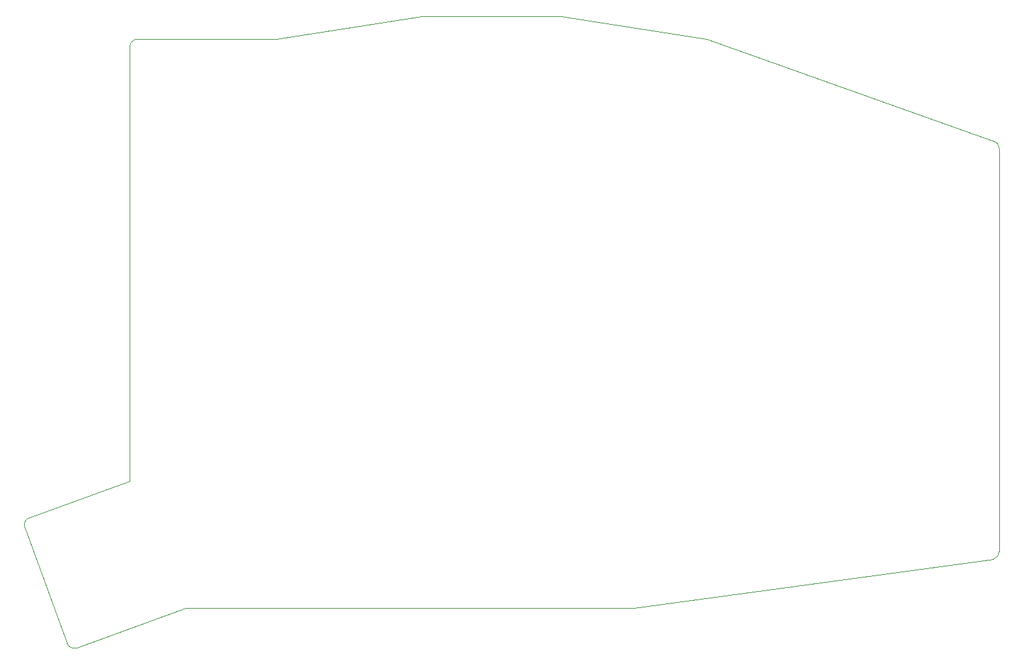
<source format=gm1>
%TF.GenerationSoftware,KiCad,Pcbnew,(7.0.0-0)*%
%TF.CreationDate,2023-03-13T10:44:33+08:00*%
%TF.ProjectId,Input,496e7075-742e-46b6-9963-61645f706362,1*%
%TF.SameCoordinates,PX7bfa480PY6052340*%
%TF.FileFunction,Profile,NP*%
%FSLAX46Y46*%
G04 Gerber Fmt 4.6, Leading zero omitted, Abs format (unit mm)*
G04 Created by KiCad (PCBNEW (7.0.0-0)) date 2023-03-13 10:44:33*
%MOMM*%
%LPD*%
G01*
G04 APERTURE LIST*
%TA.AperFunction,Profile*%
%ADD10C,0.100000*%
%TD*%
%TA.AperFunction,Profile*%
%ADD11C,0.120000*%
%TD*%
G04 APERTURE END LIST*
D10*
X29000000Y32000000D02*
X10000000Y29000000D01*
X66000000Y29000000D02*
X47000000Y32000000D01*
X-7500000Y29000000D02*
X-8000000Y29010049D01*
X-8999999Y28000000D02*
X-9000000Y-28500000D01*
X103250001Y-38600005D02*
G75*
G03*
X104000000Y-37642893I-235701J957105D01*
G01*
X10000000Y29000000D02*
X7500000Y29000000D01*
X56500000Y-45000000D02*
X103250000Y-38600000D01*
X-1750000Y-45000000D02*
X56500000Y-45000000D01*
X-8000000Y29010048D02*
G75*
G03*
X-8999998Y28000007I0J-1000048D01*
G01*
X-17191072Y-49559722D02*
X-22663394Y-34524640D01*
X-17191098Y-49559731D02*
G75*
G03*
X-15909359Y-50157395I939698J342031D01*
G01*
X103300000Y15750000D02*
X66000000Y29000000D01*
X104000010Y14792893D02*
G75*
G03*
X103300000Y15750000I-1004310J7D01*
G01*
X-22065731Y-33242903D02*
G75*
G03*
X-22663394Y-34524640I342031J-939697D01*
G01*
X47000000Y32000000D02*
X29000000Y32000000D01*
X-22065722Y-33242928D02*
X-9000000Y-28500000D01*
X-1750000Y-45000000D02*
X-15909359Y-50157395D01*
X104000000Y-37642893D02*
X104000000Y14792893D01*
D11*
%TO.C,J1*%
X7500000Y29000000D02*
X-7500000Y29000000D01*
%TD*%
M02*

</source>
